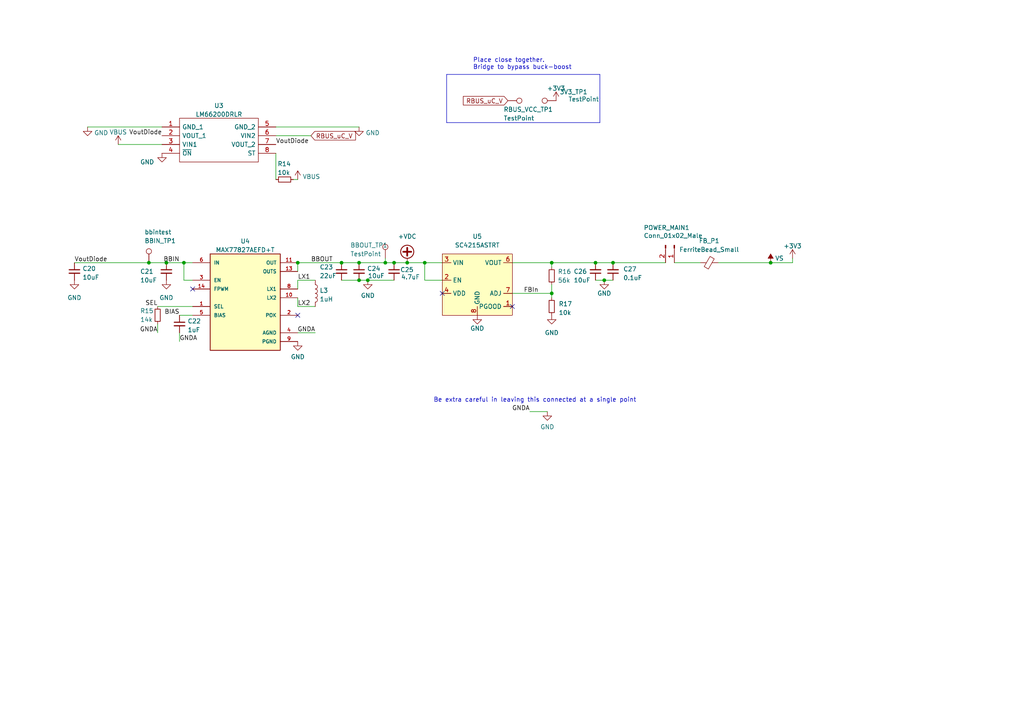
<source format=kicad_sch>
(kicad_sch (version 20231120) (generator "eeschema") (generator_version "8.0")
  (paper "A4")
  (lib_symbols
    (symbol "Connector:Conn_01x02_Male" (pin_names (offset 1.016) hide)
      (property "Reference" "J" (at 0 2.54 0))
      (property "Value" "Conn_01x02_Male" (at 0 -5.08 0))
      (symbol "Conn_01x02_Male_1_1"
        (polyline (pts (xy 1.27 -2.54) (xy 0.8636 -2.54)) (stroke (width 0.1524)))
        (polyline (pts (xy 1.27 0) (xy 0.8636 0)) (stroke (width 0.1524)))
        (rectangle (start 0.8636 -2.413) (end 0 -2.667) (stroke (width 0.1524)) (fill (type outline)))
        (rectangle (start 0.8636 0.127) (end 0 -0.127) (stroke (width 0.1524)) (fill (type outline)))
        (pin passive line (at 5.08 0 180) (length 3.81) (name "Pin_1") (number "1"))
        (pin passive line (at 5.08 -2.54 180) (length 3.81) (name "Pin_2") (number "2"))
      )
    )
    (symbol "Connector:TestPoint" (pin_numbers hide) (pin_names (offset 0.762) hide)
      (property "Reference" "TP" (at 0 6.858 0))
      (property "Value" "TestPoint" (at 0 5.08 0))
      (symbol "TestPoint_0_1"
        (circle (center 0 3.302) (radius 0.762))
      )
      (symbol "TestPoint_1_1"
        (pin passive line (at 0 0 90) (length 2.54) (name "1") (number "1"))
      )
    )
    (symbol "Device:C_Small" (pin_numbers hide) (pin_names (offset 0.254) hide)
      (property "Reference" "C" (at 0.254 1.778 0))
      (property "Value" "C_Small" (at 0.254 -2.032 0))
      (symbol "C_Small_0_1"
        (polyline (pts (xy -1.524 -0.508) (xy 1.524 -0.508)) (stroke (width 0.3302)))
        (polyline (pts (xy -1.524 0.508) (xy 1.524 0.508)) (stroke (width 0.3048)))
      )
      (symbol "C_Small_1_1"
        (pin passive line (at 0 2.54 270) (length 2.032) (name "~") (number "1"))
        (pin passive line (at 0 -2.54 90) (length 2.032) (name "~") (number "2"))
      )
    )
    (symbol "Device:FerriteBead_Small" (pin_numbers hide) (pin_names (offset 0))
      (property "Reference" "FB" (at 1.905 1.27 0))
      (property "Value" "FerriteBead_Small" (at 1.905 -1.27 0))
      (symbol "FerriteBead_Small_0_1"
        (polyline (pts (xy 0 -1.27) (xy 0 -0.7874)))
        (polyline (pts (xy 0 0.889) (xy 0 1.2954)))
        (polyline (pts (xy -1.8288 0.2794) (xy -1.1176 1.4986) (xy 1.8288 -0.2032) (xy 1.1176 -1.4224) (xy -1.8288 0.2794)))
      )
      (symbol "FerriteBead_Small_1_1"
        (pin passive line (at 0 2.54 270) (length 1.27) (name "~") (number "1"))
        (pin passive line (at 0 -2.54 90) (length 1.27) (name "~") (number "2"))
      )
    )
    (symbol "Device:L" (pin_numbers hide) (pin_names (offset 1.016) hide)
      (property "Reference" "L" (at -1.27 0 90))
      (property "Value" "L" (at 1.905 0 90))
      (symbol "L_0_1"
        (arc (start 0 -2.54) (mid 0.6323 -1.905) (end 0 -1.27))
        (arc (start 0 -1.27) (mid 0.6323 -0.635) (end 0 0))
        (arc (start 0 0) (mid 0.6323 0.635) (end 0 1.27))
        (arc (start 0 1.27) (mid 0.6323 1.905) (end 0 2.54))
      )
      (symbol "L_1_1"
        (pin passive line (at 0 3.81 270) (length 1.27) (name "1") (number "1"))
        (pin passive line (at 0 -3.81 90) (length 1.27) (name "2") (number "2"))
      )
    )
    (symbol "Device:R_Small" (pin_numbers hide) (pin_names (offset 0.254) hide)
      (property "Reference" "R" (at 0.762 0.508 0))
      (property "Value" "R_Small" (at 0.762 -1.016 0))
      (symbol "R_Small_0_1"
        (rectangle (start -0.762 1.778) (end 0.762 -1.778) (stroke (width 0.2032)))
      )
      (symbol "R_Small_1_1"
        (pin passive line (at 0 2.54 270) (length 0.762) (name "~") (number "1"))
        (pin passive line (at 0 -2.54 90) (length 0.762) (name "~") (number "2"))
      )
    )
    (symbol "iclr:LM66200DRLR" (pin_names (offset 0.762))
      (property "Reference" "U" (at 29.21 7.62 0))
      (property "Value" "LM66200DRLR" (at 29.21 5.08 0))
      (symbol "LM66200DRLR_0_0"
        (pin passive line (at 0 0 0) (length 5.08) (name "GND_1") (number "1"))
        (pin passive line (at 0 -2.54 0) (length 5.08) (name "VOUT_1") (number "2"))
        (pin passive line (at 0 -5.08 0) (length 5.08) (name "VIN1") (number "3"))
        (pin passive line (at 0 -7.62 0) (length 5.08) (name "~{ON}") (number "4"))
        (pin passive line (at 33.02 0 180) (length 5.08) (name "GND_2") (number "5"))
        (pin passive line (at 33.02 -2.54 180) (length 5.08) (name "VIN2") (number "6"))
        (pin passive line (at 33.02 -5.08 180) (length 5.08) (name "VOUT_2") (number "7"))
        (pin passive line (at 33.02 -7.62 180) (length 5.08) (name "ST") (number "8"))
      )
      (symbol "LM66200DRLR_0_1"
        (polyline (pts (xy 5.08 2.54) (xy 27.94 2.54) (xy 27.94 -10.16) (xy 5.08 -10.16) (xy 5.08 2.54)) (stroke (width 0.1524)))
      )
    )
    (symbol "iclr:MAX77827AEFD+T" (pin_names (offset 1.016))
      (property "Reference" "U?" (at -10.16 13.208 0))
      (property "Value" "MAX77827AEFD+T" (at -10.16 -17.78 0))
      (symbol "MAX77827AEFD+T_0_0"
        (rectangle (start -10.16 -15.24) (end 10.16 12.7) (stroke (width 0.254)) (fill (type background)))
        (pin passive line (at -15.24 -2.54 0) (length 5.08) (name "SEL") (number "1"))
        (pin passive line (at 15.24 0 180) (length 5.08) (name "LX2") (number "10"))
        (pin output line (at 15.24 10.16 180) (length 5.08) (name "OUT") (number "11"))
        (pin input line (at 15.24 7.62 180) (length 5.08) (name "OUTS") (number "13"))
        (pin input line (at -15.24 2.54 0) (length 5.08) (name "FPWM") (number "14"))
        (pin output line (at 15.24 -5.08 180) (length 5.08) (name "POK") (number "2"))
        (pin input line (at -15.24 5.08 0) (length 5.08) (name "EN") (number "3"))
        (pin power_in line (at 15.24 -10.16 180) (length 5.08) (name "AGND") (number "4"))
        (pin passive line (at -15.24 -5.08 0) (length 5.08) (name "BIAS") (number "5"))
        (pin input line (at -15.24 10.16 0) (length 5.08) (name "IN") (number "6"))
        (pin passive line (at 15.24 2.54 180) (length 5.08) (name "LX1") (number "8"))
        (pin power_in line (at 15.24 -12.7 180) (length 5.08) (name "PGND") (number "9"))
      )
    )
    (symbol "iclr:SC4215ASTRT"
      (property "Reference" "U5" (at 0 4.8428 0))
      (property "Value" "SC4215" (at 0 2.3059 0))
      (symbol "SC4215ASTRT_1_1"
        (rectangle (start -10.16 1.27) (end 10.16 -16.51) (fill (type background)))
        (pin output line (at 10.16 -13.97 180) (length 2.54) (name "PGOOD") (number "1"))
        (pin input line (at -10.16 -6.35 0) (length 2.54) (name "EN") (number "2"))
        (pin power_in line (at -10.16 -1.27 0) (length 2.54) (name "VIN") (number "3"))
        (pin input line (at -10.16 -10.16 0) (length 2.54) (name "VDD") (number "4"))
        (pin no_connect line (at -10.16 -15.24 0) (length 2.54) hide (name "NC") (number "5"))
        (pin power_out line (at 10.16 -1.27 180) (length 2.54) (name "VOUT") (number "6"))
        (pin input line (at 10.16 -10.16 180) (length 2.54) (name "ADJ") (number "7"))
        (pin power_out line (at 0 -16.51 90) (length 2.54) (name "GND") (number "8"))
        (pin power_out line (at 0 -16.51 90) (length 2.54) hide (name "GND") (number "9"))
      )
    )
    (symbol "power:+3.3V" (power) (pin_names (offset 0))
      (property "Value" "+3.3V" (at 0 3.556 0))
      (symbol "+3.3V_0_1"
        (polyline (pts (xy -0.762 1.27) (xy 0 2.54)))
        (polyline (pts (xy 0 0) (xy 0 2.54)))
        (polyline (pts (xy 0 2.54) (xy 0.762 1.27)))
      )
      (symbol "+3.3V_1_1"
        (pin power_in line (at 0 0 90) (length 0) hide (name "+3V3") (number "1"))
      )
    )
    (symbol "power:+VDC" (power) (pin_numbers hide) (pin_names (offset 0) hide)
      (property "Value" "+VDC" (at 0 6.35 0))
      (symbol "+VDC_0_1"
        (polyline (pts (xy -1.143 3.175) (xy 1.143 3.175)) (stroke (width 0.508)))
        (polyline (pts (xy 0 0) (xy 0 1.27)))
        (polyline (pts (xy 0 2.032) (xy 0 4.318)) (stroke (width 0.508)))
        (circle (center 0 3.175) (radius 1.905) (stroke (width 0.254)))
      )
      (symbol "+VDC_1_1"
        (pin power_in line (at 0 0 90) (length 0) (name "~") (number "1"))
      )
    )
    (symbol "power:GND" (power) (pin_names (offset 0))
      (property "Value" "GND" (at 0 -3.81 0))
      (symbol "GND_0_1"
        (polyline (pts (xy 0 0) (xy 0 -1.27) (xy 1.27 -1.27) (xy 0 -2.54) (xy -1.27 -1.27) (xy 0 -1.27)))
      )
      (symbol "GND_1_1"
        (pin power_in line (at 0 0 270) (length 0) hide (name "GND") (number "1"))
      )
    )
    (symbol "power:VBUS" (power) (pin_names (offset 0))
      (property "Value" "VBUS" (at 0 3.81 0))
      (symbol "VBUS_0_1"
        (polyline (pts (xy -0.762 1.27) (xy 0 2.54)))
        (polyline (pts (xy 0 0) (xy 0 2.54)))
        (polyline (pts (xy 0 2.54) (xy 0.762 1.27)))
      )
      (symbol "VBUS_1_1"
        (pin power_in line (at 0 0 90) (length 0) hide (name "VBUS") (number "1"))
      )
    )
    (symbol "power:VS" (power) (pin_numbers hide) (pin_names (offset 0) hide)
      (property "Value" "VS" (at 0 3.556 0))
      (symbol "VS_0_1"
        (polyline (pts (xy 0 0) (xy 0 2.54)))
        (polyline (pts (xy 0.762 1.27) (xy -0.762 1.27) (xy 0 2.54) (xy 0.762 1.27)) (fill (type outline)))
      )
      (symbol "VS_1_1"
        (pin power_in line (at 0 0 90) (length 0) (name "~") (number "1"))
      )
    )
  )
  (junction (at 104.14 76.2))
  (junction (at 160.02 76.2))
  (junction (at 111.76 76.2))
  (junction (at 106.68 81.28))
  (junction (at 223.52 76.2))
  (junction (at 48.26 76.2))
  (junction (at 118.11 76.2))
  (junction (at 172.72 76.2))
  (junction (at 114.3 76.2))
  (junction (at 175.26 81.28))
  (junction (at 123.19 76.2))
  (junction (at 86.36 76.2))
  (junction (at 43.18 76.2))
  (junction (at 160.02 85.09))
  (junction (at 53.34 76.2))
  (junction (at 99.06 76.2))
  (junction (at 177.8 76.2))
  (junction (at 104.14 81.28))
  (no_connect (at 86.36 91.44))
  (no_connect (at 55.88 83.82))
  (no_connect (at 128.27 85.09))
  (no_connect (at 148.59 88.9))
  (wire (pts (xy 195.58 76.2) (xy 203.2 76.2)))
  (wire (pts (xy 80.01 52.07) (xy 80.01 44.45)))
  (polyline (pts (xy 129.54 21.59) (xy 129.54 35.56)))
  (wire (pts (xy 53.34 81.28) (xy 55.88 81.28)))
  (wire (pts (xy 104.14 36.83) (xy 80.01 36.83)))
  (wire (pts (xy 86.36 76.2) (xy 99.06 76.2)))
  (wire (pts (xy 99.06 76.2) (xy 104.14 76.2)))
  (wire (pts (xy 160.02 76.2) (xy 160.02 77.47)))
  (wire (pts (xy 86.36 81.28) (xy 91.44 81.28)))
  (wire (pts (xy 223.52 76.2) (xy 229.87 76.2)))
  (wire (pts (xy 99.06 81.28) (xy 104.14 81.28)))
  (wire (pts (xy 148.59 76.2) (xy 160.02 76.2)))
  (wire (pts (xy 86.36 88.9) (xy 86.36 86.36)))
  (wire (pts (xy 45.72 88.9) (xy 55.88 88.9)))
  (wire (pts (xy 21.59 76.2) (xy 43.18 76.2)))
  (wire (pts (xy 86.36 96.52) (xy 91.44 96.52)))
  (wire (pts (xy 111.76 76.2) (xy 114.3 76.2)))
  (wire (pts (xy 160.02 82.55) (xy 160.02 85.09)))
  (wire (pts (xy 86.36 83.82) (xy 86.36 81.28)))
  (wire (pts (xy 229.87 76.2) (xy 229.87 74.93)))
  (wire (pts (xy 111.76 74.93) (xy 111.76 76.2)))
  (wire (pts (xy 104.14 76.2) (xy 111.76 76.2)))
  (wire (pts (xy 208.28 76.2) (xy 223.52 76.2)))
  (wire (pts (xy 172.72 81.28) (xy 175.26 81.28)))
  (wire (pts (xy 53.34 76.2) (xy 53.34 81.28)))
  (wire (pts (xy 114.3 76.2) (xy 118.11 76.2)))
  (wire (pts (xy 43.18 76.2) (xy 48.26 76.2)))
  (wire (pts (xy 106.68 81.28) (xy 114.3 81.28)))
  (wire (pts (xy 45.72 96.52) (xy 45.72 93.98)))
  (wire (pts (xy 128.27 81.28) (xy 123.19 81.28)))
  (wire (pts (xy 148.59 85.09) (xy 160.02 85.09)))
  (wire (pts (xy 91.44 88.9) (xy 86.36 88.9)))
  (wire (pts (xy 175.26 81.28) (xy 177.8 81.28)))
  (wire (pts (xy 25.4 36.83) (xy 46.99 36.83)))
  (wire (pts (xy 118.11 76.2) (xy 123.19 76.2)))
  (wire (pts (xy 34.29 41.91) (xy 46.99 41.91)))
  (wire (pts (xy 106.68 81.28) (xy 104.14 81.28)))
  (polyline (pts (xy 173.99 35.56) (xy 129.54 35.56)))
  (polyline (pts (xy 173.99 21.59) (xy 173.99 35.56)))
  (wire (pts (xy 153.67 119.38) (xy 158.75 119.38)))
  (wire (pts (xy 48.26 76.2) (xy 53.34 76.2)))
  (wire (pts (xy 86.36 52.07) (xy 85.09 52.07)))
  (polyline (pts (xy 129.54 21.59) (xy 173.99 21.59)))
  (wire (pts (xy 86.36 78.74) (xy 86.36 76.2)))
  (wire (pts (xy 52.07 91.44) (xy 55.88 91.44)))
  (wire (pts (xy 172.72 76.2) (xy 177.8 76.2)))
  (wire (pts (xy 53.34 76.2) (xy 55.88 76.2)))
  (wire (pts (xy 90.17 39.37) (xy 80.01 39.37)))
  (wire (pts (xy 160.02 85.09) (xy 160.02 86.36)))
  (wire (pts (xy 123.19 81.28) (xy 123.19 76.2)))
  (wire (pts (xy 123.19 76.2) (xy 128.27 76.2)))
  (wire (pts (xy 177.8 76.2) (xy 193.04 76.2)))
  (wire (pts (xy 160.02 76.2) (xy 172.72 76.2)))
  (wire (pts (xy 52.07 99.06) (xy 52.07 96.52)))
  (text "Place close together.\nBridge to bypass buck-boost\n" (at 137.16 20.32 0) (effects (font (size 1.27 1.27)) (justify left bottom)))
  (text "Be extra careful in leaving this connected at a single point\n" (at 125.73 116.84 0) (effects (font (size 1.27 1.27)) (justify left bottom)))
  (label "VoutDiode" (at 80.01 41.91 0))
  (label "GNDA" (at 52.07 99.06 0))
  (label "VoutDiode" (at 46.99 39.37 180))
  (label "FBIn" (at 156.21 85.09 180))
  (label "BIAS" (at 52.07 91.44 180))
  (label "LX2" (at 86.36 88.9 0))
  (label "GNDA" (at 153.67 119.38 180))
  (label "GNDA" (at 45.72 96.52 180))
  (label "SEL" (at 45.72 88.9 180))
  (label "VoutDiode" (at 21.59 76.2 0))
  (label "GNDA" (at 91.44 96.52 180))
  (label "BBOUT" (at 90.17 76.2 0))
  (label "LX1" (at 86.36 81.28 0))
  (label "BBIN" (at 52.07 76.2 180))
  (global_label "RBUS_uC_V" (shape input) (at 147.32 29.21 180) (property "Intersheetrefs" "${INTERSHEET_REFS}" (effects (hide yes))))
  (global_label "RBUS_uC_V" (shape input) (at 90.17 39.37 0) (property "Intersheetrefs" "${INTERSHEET_REFS}" (effects (hide yes))))
  (symbol (lib_id "power:+3.3V") (at 161.29 29.21 0) (unit 1)
    (property "Reference" "#PWR043" (effects (hide yes)))
    (property "Value" "+3V3" (at 161.29 25.6342 0))
  )
  (symbol (lib_id "iclr:LM66200DRLR") (at 46.99 36.83 0) (unit 1)
    (property "Reference" "U3" (at 63.5 30.641 0))
    (property "Value" "LM66200DRLR" (at 63.5 33.1779 0))
    (property "Footprint" "footprints:SOTFL50P160X60-8N" (effects (hide yes)))
    (property "Datasheet" "https://www.ti.com/lit/gpn/lm66200" (effects (hide yes)))
    (property "Description" "1.6-V to 5.5-V, 40-m, 2.5-A, low-IQ, dual ideal diode" (effects (hide yes)))
    (property "Height" "0.6" (effects (hide yes)))
    (property "Manufacturer_Name" "Texas Instruments" (effects (hide yes)))
    (property "Manufacturer_Part_Number" "LM66200DRLR" (effects (hide yes)))
    (property "Mouser Part Number" "595-LM66200DRLR" (effects (hide yes)))
    (property "Mouser Price/Stock" "https://www.mouser.co.uk/ProductDetail/Texas-Instruments/LM66200DRLR?qs=Rp5uXu7WBW90hnpZAkIOdQ%3D%3D" (effects (hide yes)))
    (property "Arrow Part Number" "LM66200DRLR" (effects (hide yes)))
    (property "Arrow Price/Stock" "https://www.arrow.com/en/products/lm66200drlr/texas-instruments?region=nac" (effects (hide yes)))
  )
  (symbol (lib_id "Connector:TestPoint") (at 111.76 74.93 0) (unit 1)
    (property "Reference" "BBOUT_TP1" (at 101.6 71.12 0) (effects (justify left)))
    (property "Value" "TestPoint" (at 101.6 73.6569 0) (effects (justify left)))
    (property "Footprint" "TestPoint:TestPoint_Pad_D1.5mm" (effects (hide yes)))
  )
  (symbol (lib_id "Device:R_Small") (at 45.72 91.44 0) (unit 1)
    (property "Reference" "R15" (at 40.64 90.17 0) (effects (justify left)))
    (property "Value" "14k" (at 40.64 92.7069 0) (effects (justify left)))
    (property "Footprint" "Resistor_SMD:R_0402_1005Metric" (effects (hide yes)))
  )
  (symbol (lib_id "Device:C_Small") (at 177.8 78.74 180) (unit 1)
    (property "Reference" "C27" (at 180.7583 78.0454 0) (effects (justify right)))
    (property "Value" "0.1uF" (at 180.7583 80.5854 0) (effects (justify right)))
    (property "Footprint" "Capacitor_SMD:C_0402_1005Metric" (effects (hide yes)))
  )
  (symbol (lib_id "Connector:TestPoint") (at 147.32 29.21 270) (unit 1)
    (property "Reference" "RBUS_VCC_TP1" (at 146.05 31.75 90) (effects (justify left)))
    (property "Value" "TestPoint" (at 146.05 34.2869 90) (effects (justify left)))
    (property "Footprint" "TestPoint:TestPoint_Pad_D1.5mm" (effects (hide yes)))
  )
  (symbol (lib_id "Device:C_Small") (at 104.14 78.74 0) (unit 1)
    (property "Reference" "C24" (at 106.4641 77.9116 0) (effects (justify left)))
    (property "Value" "10uF" (at 106.68 80.01 0) (effects (justify left)))
    (property "Footprint" "Capacitor_SMD:C_0402_1005Metric" (effects (hide yes)))
  )
  (symbol (lib_id "power:VBUS") (at 34.29 41.91 0) (unit 1)
    (property "Reference" "#PWR036" (effects (hide yes)))
    (property "Value" "VBUS" (at 34.29 38.3342 0))
  )
  (symbol (lib_id "Device:L") (at 91.44 85.09 0) (unit 1)
    (property "Reference" "L3" (at 92.71 84.2553 0) (effects (justify left)))
    (property "Value" "1uH" (at 92.71 86.7922 0) (effects (justify left)))
    (property "Footprint" "Inductor_SMD:L_0805_2012Metric" (effects (hide yes)))
  )
  (symbol (lib_id "Device:R_Small") (at 82.55 52.07 270) (unit 1)
    (property "Reference" "R14" (at 80.4811 47.5279 90) (effects (justify left)))
    (property "Value" "10k" (at 80.4811 50.0679 90) (effects (justify left)))
    (property "Footprint" "Resistor_SMD:R_0402_1005Metric" (effects (hide yes)))
  )
  (symbol (lib_id "Connector:TestPoint") (at 43.18 76.2 0) (unit 1)
    (property "Reference" "BBIN_TP1" (at 41.91 69.85 0) (effects (justify left)))
    (property "Value" "bbintest" (at 41.91 67.3131 0) (effects (justify left)))
    (property "Footprint" "TestPoint:TestPoint_Pad_D1.5mm" (effects (hide yes)))
  )
  (symbol (lib_id "Device:R_Small") (at 160.02 88.9 0) (unit 1)
    (property "Reference" "R17" (at 162.034 88.1497 0) (effects (justify left)))
    (property "Value" "10k" (at 162.034 90.6897 0) (effects (justify left)))
    (property "Footprint" "Resistor_SMD:R_0402_1005Metric" (effects (hide yes)))
  )
  (symbol (lib_id "power:GND") (at 106.68 81.28 0) (unit 1)
    (property "Reference" "#PWR045" (effects (hide yes)))
    (property "Value" "GND" (at 106.68 85.7234 0))
  )
  (symbol (lib_id "Device:C_Small") (at 48.26 78.74 0) (unit 1)
    (property "Reference" "C21" (at 40.64 78.74 0) (effects (justify left)))
    (property "Value" "10uF" (at 40.64 81.2769 0) (effects (justify left)))
    (property "Footprint" "Capacitor_SMD:C_0603_1608Metric" (effects (hide yes)))
  )
  (symbol (lib_id "power:VS") (at 223.52 76.2 0) (unit 1)
    (property "Reference" "#PWR016" (effects (hide yes)))
    (property "Value" "VS" (at 226.06 74.93 0))
    (property "Description" "Power symbol creates a global label with name \"VS\"" (effects (hide yes)))
  )
  (symbol (lib_id "power:GND") (at 21.59 81.28 0) (unit 1)
    (property "Reference" "#PWR039" (effects (hide yes)))
    (property "Value" "GND" (at 21.59 86.36 0))
  )
  (symbol (lib_id "power:GND") (at 175.26 81.28 0) (unit 1)
    (property "Reference" "#PWR050" (effects (hide yes)))
    (property "Value" "GND" (at 175.26 85.09 0))
  )
  (symbol (lib_id "power:GND") (at 138.43 91.44 0) (unit 1)
    (property "Reference" "#PWR047" (effects (hide yes)))
    (property "Value" "GND" (at 138.43 95.25 0))
  )
  (symbol (lib_id "Device:C_Small") (at 172.72 78.74 180) (unit 1)
    (property "Reference" "C26" (at 166.37 78.74 0) (effects (justify right)))
    (property "Value" "10uF" (at 166.37 81.28 0) (effects (justify right)))
    (property "Footprint" "Capacitor_SMD:C_0402_1005Metric" (effects (hide yes)))
  )
  (symbol (lib_id "power:GND") (at 48.26 81.28 0) (unit 1)
    (property "Reference" "#PWR041" (effects (hide yes)))
    (property "Value" "GND" (at 48.26 86.36 0))
  )
  (symbol (lib_id "Connector:TestPoint") (at 161.29 29.21 90) (unit 1)
    (property "Reference" "3V3_TP1" (at 166.37 26.67 90))
    (property "Value" "TestPoint" (at 169.291 28.7716 90))
    (property "Footprint" "TestPoint:TestPoint_Pad_D1.5mm" (effects (hide yes)))
  )
  (symbol (lib_id "Connector:Conn_01x02_Male") (at 195.58 71.12 270) (unit 1)
    (property "Reference" "POWER_MAIN1" (at 186.69 66.04 90) (effects (justify left)))
    (property "Value" "Conn_01x02_Male" (at 186.69 68.3514 90) (effects (justify left)))
    (property "Footprint" "Connector_PinHeader_2.54mm:PinHeader_1x02_P2.54mm_Vertical" (effects (hide yes)))
  )
  (symbol (lib_id "iclr:SC4215ASTRT") (at 138.43 74.93 0) (unit 1)
    (property "Reference" "U5" (at 138.43 68.58 0))
    (property "Value" "SC4215ASTRT" (at 138.43 71.12 0))
    (property "Footprint" "footprints:SOIC127P599X175-9N" (effects (hide yes)))
  )
  (symbol (lib_id "Device:C_Small") (at 21.59 78.74 0) (unit 1)
    (property "Reference" "C20" (at 23.9141 77.9116 0) (effects (justify left)))
    (property "Value" "10uF" (at 23.9141 80.4485 0) (effects (justify left)))
    (property "Footprint" "Capacitor_SMD:C_0402_1005Metric" (effects (hide yes)))
  )
  (symbol (lib_id "iclr:MAX77827AEFD+T") (at 71.12 86.36 0) (unit 1)
    (property "Reference" "U4" (at 71.12 69.9602 0))
    (property "Value" "MAX77827AEFD+T" (at 71.12 72.4971 0))
    (property "Footprint" "footprints:CONV_MAX77827AEFD+T" (effects (hide yes)))
    (property "MANUFACTURER" "Maxim Integrated" (effects (hide yes)))
    (property "MAXIMUM_PACKAGE_HEIGHT" "0.6mm" (effects (hide yes)))
    (property "PARTREV" "B" (effects (hide yes)))
    (property "STANDARD" "Manufacturer Recommended" (effects (hide yes)))
  )
  (symbol (lib_id "power:VBUS") (at 86.36 52.07 0) (unit 1)
    (property "Reference" "#PWR038" (effects (hide yes)))
    (property "Value" "VBUS" (at 87.757 51.2338 0) (effects (justify left)))
  )
  (symbol (lib_id "power:GND") (at 160.02 91.44 0) (unit 1)
    (property "Reference" "#PWR048" (effects (hide yes)))
    (property "Value" "GND" (at 160.02 96.52 0))
  )
  (symbol (lib_id "power:GND") (at 86.36 99.06 0) (unit 1)
    (property "Reference" "#PWR044" (effects (hide yes)))
    (property "Value" "GND" (at 86.36 103.5034 0))
  )
  (symbol (lib_id "power:GND") (at 25.4 36.83 0) (unit 1)
    (property "Reference" "#PWR035" (effects (hide yes)))
    (property "Value" "GND" (at 27.305 38.5338 0) (effects (justify left)))
  )
  (symbol (lib_id "Device:C_Small") (at 114.3 78.74 0) (unit 1)
    (property "Reference" "C25" (at 116.0836 78.2468 0) (effects (justify left)))
    (property "Value" "4.7uF" (at 116.2995 80.3452 0) (effects (justify left)))
    (property "Footprint" "Capacitor_SMD:C_0402_1005Metric" (effects (hide yes)))
  )
  (symbol (lib_id "Device:C_Small") (at 99.06 78.74 0) (unit 1)
    (property "Reference" "C23" (at 92.71 77.4731 0) (effects (justify left)))
    (property "Value" "22uF" (at 92.71 80.01 0) (effects (justify left)))
    (property "Footprint" "Capacitor_SMD:C_0603_1608Metric" (effects (hide yes)))
  )
  (symbol (lib_id "power:GND") (at 46.99 44.45 0) (unit 1)
    (property "Reference" "#PWR037" (effects (hide yes)))
    (property "Value" "GND" (at 40.64 46.99 0) (effects (justify left)))
  )
  (symbol (lib_id "Device:R_Small") (at 160.02 80.01 0) (unit 1)
    (property "Reference" "R16" (at 161.7767 78.7805 0) (effects (justify left)))
    (property "Value" "56k" (at 161.7767 81.3205 0) (effects (justify left)))
    (property "Footprint" "Resistor_SMD:R_0402_1005Metric" (effects (hide yes)))
  )
  (symbol (lib_id "power:+3.3V") (at 229.87 74.93 0) (unit 1)
    (property "Reference" "#PWR028" (effects (hide yes)))
    (property "Value" "+3V3" (at 229.87 71.3542 0))
  )
  (symbol (lib_id "power:GND") (at 104.14 36.83 0) (unit 1)
    (property "Reference" "#PWR040" (effects (hide yes)))
    (property "Value" "GND" (at 106.045 38.5338 0) (effects (justify left)))
  )
  (symbol (lib_id "Device:C_Small") (at 52.07 93.98 0) (unit 1)
    (property "Reference" "C22" (at 54.3941 93.1516 0) (effects (justify left)))
    (property "Value" "1uF" (at 54.3941 95.6885 0) (effects (justify left)))
    (property "Footprint" "Capacitor_SMD:C_0402_1005Metric" (effects (hide yes)))
  )
  (symbol (lib_id "Device:FerriteBead_Small") (at 205.74 76.2 90) (unit 1)
    (property "Reference" "FB_P1" (at 205.7019 69.85 90))
    (property "Value" "FerriteBead_Small" (at 205.7019 72.39 90))
    (property "Footprint" "Inductor_SMD:L_0603_1608Metric" (effects (hide yes)))
    (property "Description" "Ferrite bead, small symbol" (effects (hide yes)))
  )
  (symbol (lib_id "power:GND") (at 158.75 119.38 0) (unit 1)
    (property "Reference" "#PWR042" (effects (hide yes)))
    (property "Value" "GND" (at 158.75 123.8234 0))
  )
  (symbol (lib_id "power:+VDC") (at 118.11 76.2 0) (unit 1)
    (property "Reference" "#PWR09" (effects (hide yes)))
    (property "Value" "+VDC" (at 118.11 68.58 0))
    (property "Description" "Power symbol creates a global label with name \"+VDC\"" (effects (hide yes)))
  )
)
</source>
